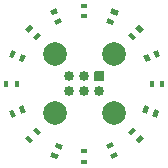
<source format=gts>
G04 #@! TF.FileFunction,Soldermask,Top*
%FSLAX46Y46*%
G04 Gerber Fmt 4.6, Leading zero omitted, Abs format (unit mm)*
G04 Created by KiCad (PCBNEW (2016-04-14 BZR 6691, Git 829fa97)-product) date Fri 15 Apr 2016 10:51:36 AM CEST*
%MOMM*%
%LPD*%
G01*
G04 APERTURE LIST*
%ADD10C,0.150000*%
%ADD11C,2.000000*%
%ADD12C,0.850000*%
%ADD13R,0.400000X0.600000*%
%ADD14R,0.600000X0.400000*%
G04 APERTURE END LIST*
D10*
G36*
X77341581Y-55634673D02*
X77895909Y-55864283D01*
X77742835Y-56233835D01*
X77188507Y-56004225D01*
X77341581Y-55634673D01*
X77341581Y-55634673D01*
G37*
G36*
X76997165Y-56466165D02*
X77551493Y-56695775D01*
X77398419Y-57065327D01*
X76844091Y-56835717D01*
X76997165Y-56466165D01*
X76997165Y-56466165D01*
G37*
G36*
X81205717Y-59134091D02*
X81435327Y-59688419D01*
X81065775Y-59841493D01*
X80836165Y-59287165D01*
X81205717Y-59134091D01*
X81205717Y-59134091D01*
G37*
G36*
X80374225Y-59478507D02*
X80603835Y-60032835D01*
X80234283Y-60185909D01*
X80004673Y-59631581D01*
X80374225Y-59478507D01*
X80374225Y-59478507D01*
G37*
G36*
X81345327Y-64321581D02*
X81115717Y-64875909D01*
X80746165Y-64722835D01*
X80975775Y-64168507D01*
X81345327Y-64321581D01*
X81345327Y-64321581D01*
G37*
G36*
X80513835Y-63977165D02*
X80284225Y-64531493D01*
X79914673Y-64378419D01*
X80144283Y-63824091D01*
X80513835Y-63977165D01*
X80513835Y-63977165D01*
G37*
G36*
X77875909Y-68145717D02*
X77321581Y-68375327D01*
X77168507Y-68005775D01*
X77722835Y-67776165D01*
X77875909Y-68145717D01*
X77875909Y-68145717D01*
G37*
G36*
X77531493Y-67314225D02*
X76977165Y-67543835D01*
X76824091Y-67174283D01*
X77378419Y-66944673D01*
X77531493Y-67314225D01*
X77531493Y-67314225D01*
G37*
G36*
X72688419Y-68415327D02*
X72134091Y-68185717D01*
X72287165Y-67816165D01*
X72841493Y-68045775D01*
X72688419Y-68415327D01*
X72688419Y-68415327D01*
G37*
G36*
X73032835Y-67583835D02*
X72478507Y-67354225D01*
X72631581Y-66984673D01*
X73185909Y-67214283D01*
X73032835Y-67583835D01*
X73032835Y-67583835D01*
G37*
G36*
X68834283Y-64895909D02*
X68604673Y-64341581D01*
X68974225Y-64188507D01*
X69203835Y-64742835D01*
X68834283Y-64895909D01*
X68834283Y-64895909D01*
G37*
G36*
X69665775Y-64551493D02*
X69436165Y-63997165D01*
X69805717Y-63844091D01*
X70035327Y-64398419D01*
X69665775Y-64551493D01*
X69665775Y-64551493D01*
G37*
G36*
X68614673Y-59708419D02*
X68844283Y-59154091D01*
X69213835Y-59307165D01*
X68984225Y-59861493D01*
X68614673Y-59708419D01*
X68614673Y-59708419D01*
G37*
G36*
X69446165Y-60052835D02*
X69675775Y-59498507D01*
X70045327Y-59651581D01*
X69815717Y-60205909D01*
X69446165Y-60052835D01*
X69446165Y-60052835D01*
G37*
G36*
X72074091Y-55844283D02*
X72628419Y-55614673D01*
X72781493Y-55984225D01*
X72227165Y-56213835D01*
X72074091Y-55844283D01*
X72074091Y-55844283D01*
G37*
G36*
X72418507Y-56675775D02*
X72972835Y-56446165D01*
X73125909Y-56815717D01*
X72571581Y-57045327D01*
X72418507Y-56675775D01*
X72418507Y-56675775D01*
G37*
D11*
X77500000Y-64500000D03*
X77500000Y-59500000D03*
X72500000Y-59500000D03*
X72500000Y-64500000D03*
D12*
X73730000Y-62635000D03*
X73730000Y-61365000D03*
X75000000Y-62635000D03*
X75000000Y-61365000D03*
X76270000Y-62635000D03*
D10*
G36*
X76579997Y-60940614D02*
X76592374Y-60942450D01*
X76604511Y-60945490D01*
X76616292Y-60949705D01*
X76627603Y-60955055D01*
X76638335Y-60961488D01*
X76648385Y-60968941D01*
X76657656Y-60977344D01*
X76666059Y-60986615D01*
X76673512Y-60996665D01*
X76679945Y-61007397D01*
X76685295Y-61018708D01*
X76689510Y-61030489D01*
X76692550Y-61042626D01*
X76694386Y-61055003D01*
X76695000Y-61067500D01*
X76695000Y-61662500D01*
X76694386Y-61674997D01*
X76692550Y-61687374D01*
X76689510Y-61699511D01*
X76685295Y-61711292D01*
X76679945Y-61722603D01*
X76673512Y-61733335D01*
X76666059Y-61743385D01*
X76657656Y-61752656D01*
X76648385Y-61761059D01*
X76638335Y-61768512D01*
X76627603Y-61774945D01*
X76616292Y-61780295D01*
X76604511Y-61784510D01*
X76592374Y-61787550D01*
X76579997Y-61789386D01*
X76567500Y-61790000D01*
X75972500Y-61790000D01*
X75960003Y-61789386D01*
X75947626Y-61787550D01*
X75935489Y-61784510D01*
X75923708Y-61780295D01*
X75912397Y-61774945D01*
X75901665Y-61768512D01*
X75891615Y-61761059D01*
X75882344Y-61752656D01*
X75873941Y-61743385D01*
X75866488Y-61733335D01*
X75860055Y-61722603D01*
X75854705Y-61711292D01*
X75850490Y-61699511D01*
X75847450Y-61687374D01*
X75845614Y-61674997D01*
X75845000Y-61662500D01*
X75845000Y-61067500D01*
X75845614Y-61055003D01*
X75847450Y-61042626D01*
X75850490Y-61030489D01*
X75854705Y-61018708D01*
X75860055Y-61007397D01*
X75866488Y-60996665D01*
X75873941Y-60986615D01*
X75882344Y-60977344D01*
X75891615Y-60968941D01*
X75901665Y-60961488D01*
X75912397Y-60955055D01*
X75923708Y-60949705D01*
X75935489Y-60945490D01*
X75947626Y-60942450D01*
X75960003Y-60940614D01*
X75972500Y-60940000D01*
X76567500Y-60940000D01*
X76579997Y-60940614D01*
X76579997Y-60940614D01*
G37*
G36*
X71321751Y-57897487D02*
X70897487Y-58321751D01*
X70614645Y-58038909D01*
X71038909Y-57614645D01*
X71321751Y-57897487D01*
X71321751Y-57897487D01*
G37*
G36*
X70685355Y-57261091D02*
X70261091Y-57685355D01*
X69978249Y-57402513D01*
X70402513Y-56978249D01*
X70685355Y-57261091D01*
X70685355Y-57261091D01*
G37*
D13*
X69300000Y-62000000D03*
X68400000Y-62000000D03*
D10*
G36*
X70897487Y-65678249D02*
X71321751Y-66102513D01*
X71038909Y-66385355D01*
X70614645Y-65961091D01*
X70897487Y-65678249D01*
X70897487Y-65678249D01*
G37*
G36*
X70261091Y-66314645D02*
X70685355Y-66738909D01*
X70402513Y-67021751D01*
X69978249Y-66597487D01*
X70261091Y-66314645D01*
X70261091Y-66314645D01*
G37*
D14*
X75000000Y-67700000D03*
X75000000Y-68600000D03*
D10*
G36*
X78678249Y-66102513D02*
X79102513Y-65678249D01*
X79385355Y-65961091D01*
X78961091Y-66385355D01*
X78678249Y-66102513D01*
X78678249Y-66102513D01*
G37*
G36*
X79314645Y-66738909D02*
X79738909Y-66314645D01*
X80021751Y-66597487D01*
X79597487Y-67021751D01*
X79314645Y-66738909D01*
X79314645Y-66738909D01*
G37*
D13*
X80700000Y-62000000D03*
X81600000Y-62000000D03*
D10*
G36*
X79102513Y-58321751D02*
X78678249Y-57897487D01*
X78961091Y-57614645D01*
X79385355Y-58038909D01*
X79102513Y-58321751D01*
X79102513Y-58321751D01*
G37*
G36*
X79738909Y-57685355D02*
X79314645Y-57261091D01*
X79597487Y-56978249D01*
X80021751Y-57402513D01*
X79738909Y-57685355D01*
X79738909Y-57685355D01*
G37*
D14*
X75000000Y-56300000D03*
X75000000Y-55400000D03*
M02*

</source>
